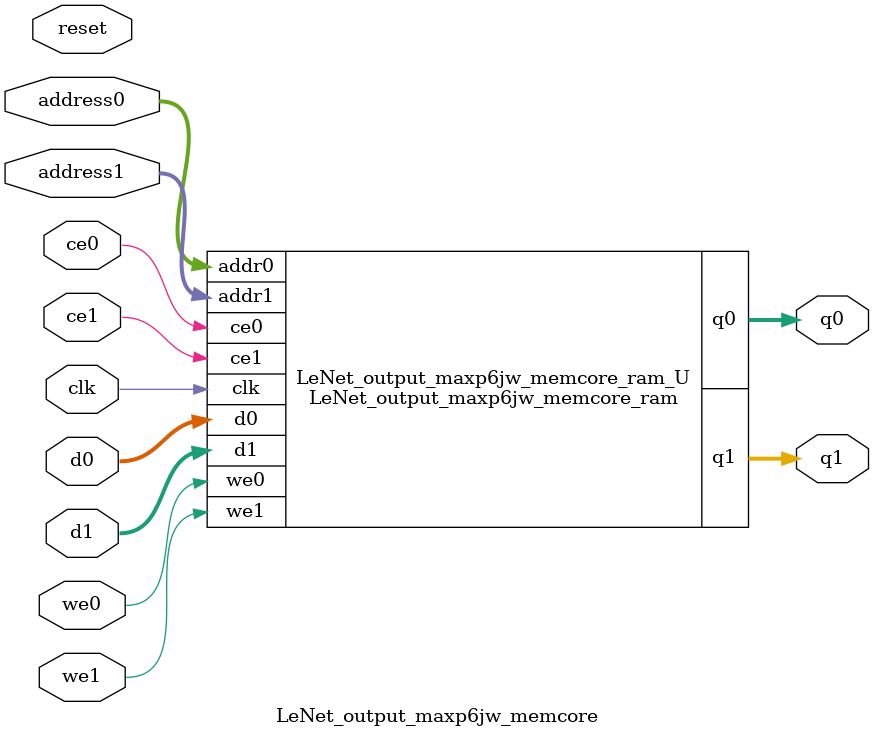
<source format=v>
`timescale 1 ns / 1 ps
module LeNet_output_maxp6jw_memcore_ram (addr0, ce0, d0, we0, q0, addr1, ce1, d1, we1, q1,  clk);

parameter DWIDTH = 32;
parameter AWIDTH = 9;
parameter MEM_SIZE = 392;

input[AWIDTH-1:0] addr0;
input ce0;
input[DWIDTH-1:0] d0;
input we0;
output reg[DWIDTH-1:0] q0;
input[AWIDTH-1:0] addr1;
input ce1;
input[DWIDTH-1:0] d1;
input we1;
output reg[DWIDTH-1:0] q1;
input clk;

(* ram_style = "block" *)reg [DWIDTH-1:0] ram[0:MEM_SIZE-1];




always @(posedge clk)  
begin 
    if (ce0) 
    begin
        if (we0) 
        begin 
            ram[addr0] <= d0; 
        end 
        q0 <= ram[addr0];
    end
end


always @(posedge clk)  
begin 
    if (ce1) 
    begin
        if (we1) 
        begin 
            ram[addr1] <= d1; 
        end 
        q1 <= ram[addr1];
    end
end


endmodule

`timescale 1 ns / 1 ps
module LeNet_output_maxp6jw_memcore(
    reset,
    clk,
    address0,
    ce0,
    we0,
    d0,
    q0,
    address1,
    ce1,
    we1,
    d1,
    q1);

parameter DataWidth = 32'd32;
parameter AddressRange = 32'd392;
parameter AddressWidth = 32'd9;
input reset;
input clk;
input[AddressWidth - 1:0] address0;
input ce0;
input we0;
input[DataWidth - 1:0] d0;
output[DataWidth - 1:0] q0;
input[AddressWidth - 1:0] address1;
input ce1;
input we1;
input[DataWidth - 1:0] d1;
output[DataWidth - 1:0] q1;



LeNet_output_maxp6jw_memcore_ram LeNet_output_maxp6jw_memcore_ram_U(
    .clk( clk ),
    .addr0( address0 ),
    .ce0( ce0 ),
    .we0( we0 ),
    .d0( d0 ),
    .q0( q0 ),
    .addr1( address1 ),
    .ce1( ce1 ),
    .we1( we1 ),
    .d1( d1 ),
    .q1( q1 ));

endmodule


</source>
